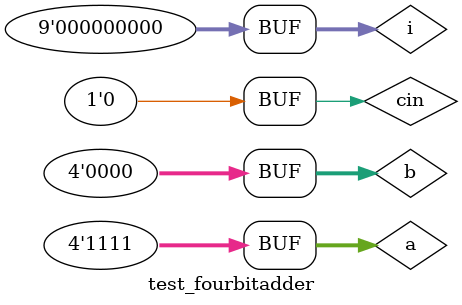
<source format=sv>
module test_fourbitadder;
  wire cout;
  wire [3:0]s;
  reg [3:0]a,b;
  reg cin;
  fourbitadder fba(s,cout,a,b,cin);
  reg [8:0]i;
  initial begin
    $dumpfile("dump.vcd"); $dumpvars;
    for(i=0;i<512;i=i+1) begin
      a=i;b=i+1;cin=0;
      #10;
    end
  end
endmodule
</source>
